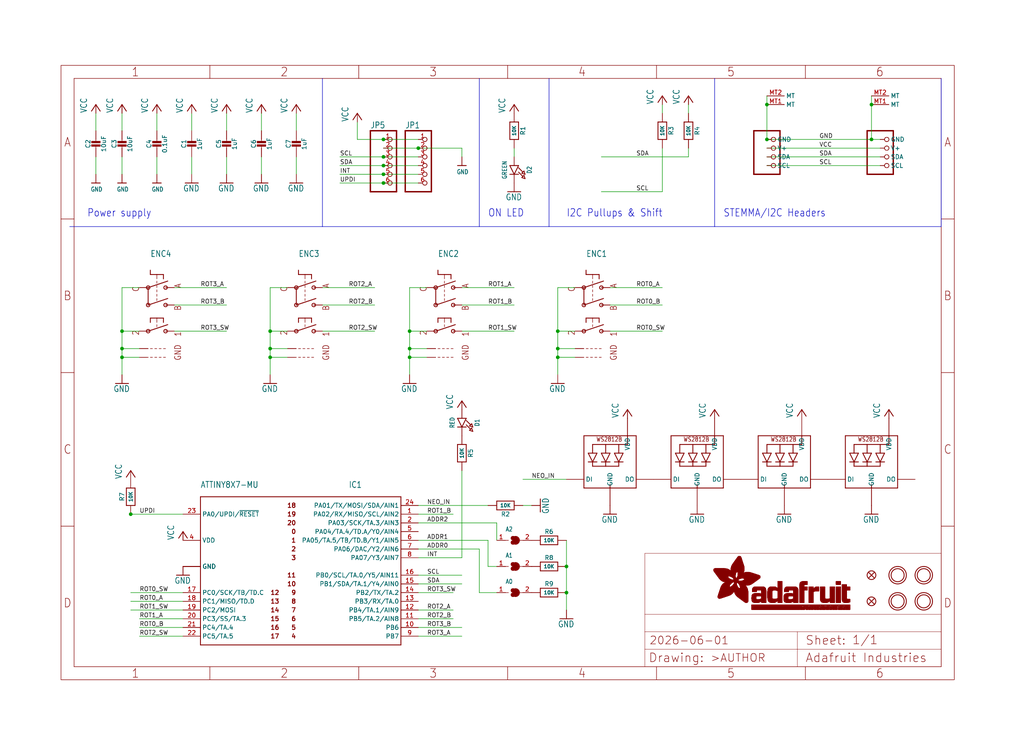
<source format=kicad_sch>
(kicad_sch (version 20230121) (generator eeschema)
  (paper "User" 298.45 217.17)
  (lib_symbols
    (symbol "working-eagle-import:ATTINY8X7-MU"
      (property "Reference" "IC" (at 12.7 25.4 0))
      (symbol "ATTINY8X7-MU_1_0"
        (text "0" (at -2.54 12.7 0) (effects (font (size 1.27 1.27) (thickness 0.254) bold) (justify right)))
        (text "1" (at -2.54 10.16 0) (effects (font (size 1.27 1.27) (thickness 0.254) bold) (justify right)))
        (text "10" (at -2.54 -2.54 0) (effects (font (size 1.27 1.27) (thickness 0.254) bold) (justify right)))
        (text "11" (at -2.54 0 0) (effects (font (size 1.27 1.27) (thickness 0.254) bold) (justify right)))
        (text "12" (at -10.16 -5.08 0) (effects (font (size 1.27 1.27) (thickness 0.254) bold) (justify left)))
        (text "13" (at -10.16 -7.62 0) (effects (font (size 1.27 1.27) (thickness 0.254) bold) (justify left)))
        (text "14" (at -10.16 -10.16 0) (effects (font (size 1.27 1.27) (thickness 0.254) bold) (justify left)))
        (text "15" (at -10.16 -12.7 0) (effects (font (size 1.27 1.27) (thickness 0.254) bold) (justify left)))
        (text "16" (at -10.16 -15.24 0) (effects (font (size 1.27 1.27) (thickness 0.254) bold) (justify left)))
        (text "17" (at -10.16 -17.78 0) (effects (font (size 1.27 1.27) (thickness 0.254) bold) (justify left)))
        (text "18" (at -2.54 20.32 0) (effects (font (size 1.27 1.27) (thickness 0.254) bold) (justify right)))
        (text "19" (at -2.54 17.78 0) (effects (font (size 1.27 1.27) (thickness 0.254) bold) (justify right)))
        (text "2" (at -2.54 7.62 0) (effects (font (size 1.27 1.27) (thickness 0.254) bold) (justify right)))
        (text "20" (at -2.54 15.24 0) (effects (font (size 1.27 1.27) (thickness 0.254) bold) (justify right)))
        (text "3" (at -2.54 5.08 0) (effects (font (size 1.27 1.27) (thickness 0.254) bold) (justify right)))
        (text "4" (at -2.54 -17.78 0) (effects (font (size 1.27 1.27) (thickness 0.254) bold) (justify right)))
        (text "5" (at -2.54 -15.24 0) (effects (font (size 1.27 1.27) (thickness 0.254) bold) (justify right)))
        (text "6" (at -2.54 -12.7 0) (effects (font (size 1.27 1.27) (thickness 0.254) bold) (justify right)))
        (text "7" (at -2.54 -10.16 0) (effects (font (size 1.27 1.27) (thickness 0.254) bold) (justify right)))
        (text "8" (at -2.54 -7.62 0) (effects (font (size 1.27 1.27) (thickness 0.254) bold) (justify right)))
        (text "9" (at -2.54 -5.08 0) (effects (font (size 1.27 1.27) (thickness 0.254) bold) (justify right)))
        (pin bidirectional line (at 33.02 17.78 180) (length 5.08) (name "PA02/RX/MISO/SCL/AIN2") (number "1"))
        (pin bidirectional line (at 33.02 -15.24 180) (length 5.08) (name "PB6") (number "10"))
        (pin bidirectional line (at 33.02 -12.7 180) (length 5.08) (name "PB5/TA.2/AIN8") (number "11"))
        (pin bidirectional line (at 33.02 -10.16 180) (length 5.08) (name "PB4/TA.1/AIN9") (number "12"))
        (pin bidirectional line (at 33.02 -7.62 180) (length 5.08) (name "PB3/RX/TA.0") (number "13"))
        (pin bidirectional line (at 33.02 -5.08 180) (length 5.08) (name "PB2/TX/TA.2") (number "14"))
        (pin bidirectional line (at 33.02 -2.54 180) (length 5.08) (name "PB1/SDA/TA.1/Y4/AIN0") (number "15"))
        (pin bidirectional line (at 33.02 0 180) (length 5.08) (name "PB0/SCL/TA.0/Y5/AIN11") (number "16"))
        (pin bidirectional line (at -35.56 -5.08 0) (length 5.08) (name "PC0/SCK/TB/TD.C") (number "17"))
        (pin bidirectional line (at -35.56 -7.62 0) (length 5.08) (name "PC1/MISO/TD.D") (number "18"))
        (pin bidirectional line (at -35.56 -10.16 0) (length 5.08) (name "PC2/MOSI") (number "19"))
        (pin bidirectional line (at 33.02 15.24 180) (length 5.08) (name "PA03/SCK/TA.3/AIN3") (number "2"))
        (pin bidirectional line (at -35.56 -12.7 0) (length 5.08) (name "PC3/SS/TA.3") (number "20"))
        (pin bidirectional line (at -35.56 -15.24 0) (length 5.08) (name "PC4/TA.4") (number "21"))
        (pin bidirectional line (at -35.56 -17.78 0) (length 5.08) (name "PC5/TA.5") (number "22"))
        (pin bidirectional line (at -35.56 17.78 0) (length 5.08) (name "PA0/UPDI/~{RESET}") (number "23"))
        (pin bidirectional line (at 33.02 20.32 180) (length 5.08) (name "PA01/TX/MOSI/SDA/AIN1") (number "24"))
        (pin power_in line (at -35.56 2.54 0) (length 5.08) (name "GND") (number "3"))
        (pin power_in line (at -35.56 10.16 0) (length 5.08) (name "VDD") (number "4"))
        (pin bidirectional line (at 33.02 12.7 180) (length 5.08) (name "PA04/TA.4/TD.A/Y0/AIN4") (number "5"))
        (pin bidirectional line (at 33.02 10.16 180) (length 5.08) (name "PA05/TA.5/TB/TD.B/Y1/AIN5") (number "6"))
        (pin bidirectional line (at 33.02 7.62 180) (length 5.08) (name "PA06/DAC/Y2/AIN6") (number "7"))
        (pin bidirectional line (at 33.02 5.08 180) (length 5.08) (name "PA07/Y3/AIN7") (number "8"))
        (pin bidirectional line (at 33.02 -17.78 180) (length 5.08) (name "PB7") (number "9"))
        (pin power_in line (at -35.56 2.54 0) (length 5.08) (name "GND") (number "THERM"))
      )
    )
    (symbol "working-eagle-import:CAP_CERAMIC0603_NO"
      (property "Reference" "C" (at -2.29 1.25 90))
      (symbol "CAP_CERAMIC0603_NO_1_0"
        (pin passive line (at 0 5.08 270) (length 2.54) (name "1") (number "1"))
        (pin passive line (at 0 -2.54 90) (length 2.54) (name "2") (number "2"))
      )
    )
    (symbol "working-eagle-import:CAP_CERAMIC0805-NOOUTLINE"
      (property "Reference" "C" (at -2.29 1.25 90))
      (symbol "CAP_CERAMIC0805-NOOUTLINE_1_0"
        (pin passive line (at 0 5.08 270) (length 2.54) (name "1") (number "1"))
        (pin passive line (at 0 -2.54 90) (length 2.54) (name "2") (number "2"))
      )
    )
    (symbol "working-eagle-import:ENCODER_PLUS_SWITCH_PEC11"
      (property "Reference" "SW" (at -1.905 13.97 0))
      (symbol "ENCODER_PLUS_SWITCH_PEC11_1_0"
        (text "1" (at 5.08 -7.62 900) (effects (font (size 1.778 1.5113)) (justify right top)))
        (text "2" (at -5.08 -8.89 900) (effects (font (size 1.778 1.5113)) (justify left bottom)))
        (text "A" (at 5.08 6.35 900) (effects (font (size 1.778 1.5113)) (justify right top)))
        (text "B" (at 5.08 0 900) (effects (font (size 1.778 1.5113)) (justify right top)))
        (text "C" (at -5.08 3.81 900) (effects (font (size 1.778 1.5113)) (justify left bottom)))
        (text "GND" (at 5.08 -11.43 900) (effects (font (size 1.778 1.5113)) (justify right top)))
        (pin passive line (at 5.08 -7.62 180) (length 2.54) (name "P$1") (number "P$1"))
        (pin passive line (at -5.08 -7.62 0) (length 2.54) (name "P$2") (number "P$2"))
        (pin passive line (at 5.08 5.08 180) (length 2.54) (name "P$A") (number "P$A"))
        (pin passive line (at 5.08 0 180) (length 2.54) (name "P$B") (number "P$B"))
        (pin passive line (at -5.08 5.08 0) (length 2.54) (name "P$C") (number "P$C"))
        (pin passive line (at -5.08 -12.7 0) (length 2.54) (name "P$GND1") (number "P$GND1"))
        (pin passive line (at -5.08 -15.24 0) (length 2.54) (name "P$GND2") (number "P$GND2"))
      )
    )
    (symbol "working-eagle-import:FIDUCIAL_1MM")
    (symbol "working-eagle-import:FRAME_A4_ADAFRUIT"
      (symbol "FRAME_A4_ADAFRUIT_1_0"
        (text "${#}/${##}" (at 230.505 10.16 0) (effects (font (size 2.54 2.54)) (justify left bottom)))
        (text "${CURRENT_DATE}" (at 171.45 10.16 0) (effects (font (size 2.286 2.286)) (justify left bottom)))
        (text "${PROJECTNAME}" (at 171.45 15.24 0) (effects (font (size 2.54 2.54)) (justify left bottom)))
        (text "1" (at 21.6958 1.905 0) (effects (font (size 2.54 2.286))))
        (text "1" (at 21.6958 177.165 0) (effects (font (size 2.54 2.286))))
        (text "2" (at 65.0875 1.905 0) (effects (font (size 2.54 2.286))))
        (text "2" (at 65.0875 177.165 0) (effects (font (size 2.54 2.286))))
        (text "3" (at 108.4792 1.905 0) (effects (font (size 2.54 2.286))))
        (text "3" (at 108.4792 177.165 0) (effects (font (size 2.54 2.286))))
        (text "4" (at 151.8708 1.905 0) (effects (font (size 2.54 2.286))))
        (text "4" (at 151.8708 177.165 0) (effects (font (size 2.54 2.286))))
        (text "5" (at 195.2625 1.905 0) (effects (font (size 2.54 2.286))))
        (text "5" (at 195.2625 177.165 0) (effects (font (size 2.54 2.286))))
        (text "6" (at 238.6542 1.905 0) (effects (font (size 2.54 2.286))))
        (text "6" (at 238.6542 177.165 0) (effects (font (size 2.54 2.286))))
        (text ">AUTHOR" (at 189.23 5.08 0) (effects (font (size 2.286 2.286)) (justify left bottom)))
        (text "A" (at 1.905 156.6863 0) (effects (font (size 2.54 2.286))))
        (text "A" (at 258.445 156.6863 0) (effects (font (size 2.54 2.286))))
        (text "Adafruit Industries" (at 216.916 4.953 0) (effects (font (size 2.54 2.54)) (justify left bottom)))
        (text "B" (at 1.905 111.9188 0) (effects (font (size 2.54 2.286))))
        (text "B" (at 258.445 111.9188 0) (effects (font (size 2.54 2.286))))
        (text "C" (at 1.905 67.1513 0) (effects (font (size 2.54 2.286))))
        (text "C" (at 258.445 67.1513 0) (effects (font (size 2.54 2.286))))
        (text "D" (at 1.905 22.3838 0) (effects (font (size 2.54 2.286))))
        (text "D" (at 258.445 22.3838 0) (effects (font (size 2.54 2.286))))
        (text "Drawing:" (at 171.196 4.953 0) (effects (font (size 2.54 2.54)) (justify left bottom)))
        (text "Sheet:" (at 216.916 10.033 0) (effects (font (size 2.54 2.54)) (justify left bottom)))
      )
    )
    (symbol "working-eagle-import:GND" (power)
      (property "Value" "GND" (at -1.524 -2.54 0))
      (symbol "GND_1_0"
        (pin power_in line (at 0 2.54 270) (length 2.54) (name "GND") (number "1"))
      )
    )
    (symbol "working-eagle-import:HEADER-1X670MIL"
      (property "Reference" "JP" (at -6.35 10.795 0))
      (symbol "HEADER-1X670MIL_1_0"
        (pin passive inverted (at -2.54 7.62 0) (length 2.54) (name "1") (number "1"))
        (pin passive inverted (at -2.54 5.08 0) (length 2.54) (name "2") (number "2"))
        (pin passive inverted (at -2.54 2.54 0) (length 2.54) (name "3") (number "3"))
        (pin passive inverted (at -2.54 0 0) (length 2.54) (name "4") (number "4"))
        (pin passive inverted (at -2.54 -2.54 0) (length 2.54) (name "5") (number "5"))
        (pin passive inverted (at -2.54 -5.08 0) (length 2.54) (name "6") (number "6"))
      )
    )
    (symbol "working-eagle-import:LED0603_NOOUTLINE"
      (property "Reference" "D" (at -1.27 4.445 0))
      (symbol "LED0603_NOOUTLINE_1_0"
        (pin passive line (at -5.08 0 0) (length 2.54) (name "A") (number "A"))
        (pin passive line (at 2.54 0 180) (length 2.54) (name "C") (number "C"))
      )
    )
    (symbol "working-eagle-import:MOUNTINGHOLE2.5")
    (symbol "working-eagle-import:RESISTOR_0603_NOOUT"
      (property "Reference" "R" (at 0 2.54 0))
      (symbol "RESISTOR_0603_NOOUT_1_0"
        (pin passive line (at -5.08 0 0) (length 2.54) (name "1") (number "1"))
        (pin passive line (at 5.08 0 180) (length 2.54) (name "2") (number "2"))
      )
    )
    (symbol "working-eagle-import:SOLDERJUMPERCLOSED"
      (property "Reference" "SJ" (at -2.54 2.54 0))
      (symbol "SOLDERJUMPERCLOSED_1_0"
        (pin passive line (at -5.08 0 0) (length 2.54) (name "1") (number "1"))
        (pin passive line (at 5.08 0 180) (length 2.54) (name "2") (number "2"))
      )
    )
    (symbol "working-eagle-import:STEMMA_I2C_QTRA"
      (symbol "STEMMA_I2C_QTRA_1_0"
        (pin passive inverted (at 0 5.08 0) (length 2.54) (name "GND") (number "1"))
        (pin passive inverted (at 0 2.54 0) (length 2.54) (name "V+") (number "2"))
        (pin passive inverted (at 0 0 0) (length 2.54) (name "SDA") (number "3"))
        (pin passive inverted (at 0 -2.54 0) (length 2.54) (name "SCL") (number "4"))
      )
      (symbol "STEMMA_I2C_QTRA_2_0"
        (pin bidirectional line (at 0 0 0) (length 5.08) (name "MT") (number "MT1"))
      )
      (symbol "STEMMA_I2C_QTRA_3_0"
        (pin bidirectional line (at 0 0 0) (length 5.08) (name "MT") (number "MT2"))
      )
    )
    (symbol "working-eagle-import:VCC" (power)
      (property "Value" "VCC" (at -2.54 -2.54 90))
      (symbol "VCC_1_0"
        (pin power_in line (at 0 -2.54 90) (length 2.54) (name "VCC") (number "1"))
      )
    )
    (symbol "working-eagle-import:WS2812B_SK6812E"
      (symbol "WS2812B_SK6812E_1_0"
        (text "WS2812B" (at -4.064 8.382 0) (effects (font (size 1.27 1.0795)) (justify left bottom)))
        (pin power_in line (at 5.08 15.24 270) (length 5.08) (name "VDD") (number "1-VDD"))
        (pin output line (at 12.7 -2.54 180) (length 5.08) (name "DO") (number "2-DOUT"))
        (pin power_in line (at 0 -10.16 90) (length 5.08) (name "GND") (number "3-GND"))
        (pin input line (at -12.7 -2.54 0) (length 5.08) (name "DI") (number "4-DIN"))
      )
    )
    (symbol "working-eagle-import:supply1_GND" (power)
      (property "Value" "supply1_GND" (at -2.54 -2.54 0))
      (symbol "supply1_GND_1_0"
        (pin power_in line (at 0 2.54 270) (length 2.54) (name "GND") (number "1"))
      )
    )
  )
  (junction (at 78.74 104.14))
  (junction (at 35.56 96.52))
  (junction (at 78.74 96.52))
  (junction (at 111.76 45.72))
  (junction (at 119.38 104.14))
  (junction (at 119.38 96.52))
  (junction (at 254 40.64))
  (junction (at 111.76 50.8))
  (junction (at 78.74 101.6))
  (junction (at 35.56 101.6))
  (junction (at 162.56 104.14))
  (junction (at 165.1 172.72))
  (junction (at 111.76 53.34))
  (junction (at 162.56 101.6))
  (junction (at 121.92 43.18))
  (junction (at 35.56 104.14))
  (junction (at 165.1 165.1))
  (junction (at 223.52 40.64))
  (junction (at 111.76 48.26))
  (junction (at 119.38 101.6))
  (junction (at 254 30.48))
  (junction (at 111.76 40.64))
  (junction (at 223.52 30.48))
  (junction (at 38.1 149.86))
  (junction (at 162.56 96.52))
  (polyline (pts (xy 160.02 22.86) (xy 160.02 66.04)) (stroke (width 0.1524) (type solid)))
  (wire (pts (xy 119.38 104.14) (xy 119.38 109.22)) (stroke (width 0.1524)))
  (wire (pts (xy 78.74 83.82) (xy 78.74 96.52)) (stroke (width 0.1524)))
  (wire (pts (xy 119.38 101.6) (xy 119.38 104.14)) (stroke (width 0.1524)))
  (wire (pts (xy 134.62 88.9) (xy 149.86 88.9)) (stroke (width 0.1524)))
  (wire (pts (xy 119.38 83.82) (xy 119.38 96.52)) (stroke (width 0.1524)))
  (wire (pts (xy 45.72 45.72) (xy 45.72 50.8)) (stroke (width 0.1524)))
  (wire (pts (xy 162.56 83.82) (xy 162.56 96.52)) (stroke (width 0.1524)))
  (wire (pts (xy 200.66 43.18) (xy 200.66 45.72)) (stroke (width 0.1524)))
  (wire (pts (xy 254 30.48) (xy 254 40.64)) (stroke (width 0.1524)))
  (wire (pts (xy 83.82 83.82) (xy 78.74 83.82)) (stroke (width 0.1524)))
  (wire (pts (xy 167.64 83.82) (xy 162.56 83.82)) (stroke (width 0.1524)))
  (polyline (pts (xy 160.02 66.04) (xy 208.28 66.04)) (stroke (width 0.1524) (type solid)))
  (wire (pts (xy 27.94 50.8) (xy 27.94 45.72)) (stroke (width 0.1524)))
  (wire (pts (xy 223.52 27.94) (xy 223.52 30.48)) (stroke (width 0.1524)))
  (wire (pts (xy 111.76 45.72) (xy 99.06 45.72)) (stroke (width 0.1524)))
  (wire (pts (xy 121.92 172.72) (xy 132.08 172.72)) (stroke (width 0.1524)))
  (wire (pts (xy 83.82 101.6) (xy 78.74 101.6)) (stroke (width 0.1524)))
  (wire (pts (xy 121.92 50.8) (xy 111.76 50.8)) (stroke (width 0.1524)))
  (wire (pts (xy 193.04 30.48) (xy 193.04 33.02)) (stroke (width 0.1524)))
  (wire (pts (xy 78.74 104.14) (xy 78.74 109.22)) (stroke (width 0.1524)))
  (polyline (pts (xy 93.98 22.86) (xy 93.98 66.04)) (stroke (width 0.1524) (type solid)))
  (wire (pts (xy 55.88 33.02) (xy 55.88 38.1)) (stroke (width 0.1524)))
  (wire (pts (xy 254 40.64) (xy 223.52 40.64)) (stroke (width 0.1524)))
  (wire (pts (xy 35.56 96.52) (xy 35.56 101.6)) (stroke (width 0.1524)))
  (wire (pts (xy 121.92 43.18) (xy 111.76 43.18)) (stroke (width 0.1524)))
  (wire (pts (xy 124.46 83.82) (xy 119.38 83.82)) (stroke (width 0.1524)))
  (wire (pts (xy 53.34 172.72) (xy 38.1 172.72)) (stroke (width 0.1524)))
  (wire (pts (xy 40.64 96.52) (xy 35.56 96.52)) (stroke (width 0.1524)))
  (wire (pts (xy 78.74 104.14) (xy 83.82 104.14)) (stroke (width 0.1524)))
  (wire (pts (xy 53.34 175.26) (xy 38.1 175.26)) (stroke (width 0.1524)))
  (wire (pts (xy 256.54 45.72) (xy 223.52 45.72)) (stroke (width 0.1524)))
  (wire (pts (xy 165.1 165.1) (xy 165.1 172.72)) (stroke (width 0.1524)))
  (wire (pts (xy 121.92 149.86) (xy 132.08 149.86)) (stroke (width 0.1524)))
  (wire (pts (xy 121.92 177.8) (xy 132.08 177.8)) (stroke (width 0.1524)))
  (wire (pts (xy 177.8 96.52) (xy 193.04 96.52)) (stroke (width 0.1524)))
  (wire (pts (xy 86.36 50.8) (xy 86.36 45.72)) (stroke (width 0.1524)))
  (wire (pts (xy 177.8 88.9) (xy 193.04 88.9)) (stroke (width 0.1524)))
  (wire (pts (xy 121.92 182.88) (xy 134.62 182.88)) (stroke (width 0.1524)))
  (wire (pts (xy 165.1 172.72) (xy 165.1 177.8)) (stroke (width 0.1524)))
  (wire (pts (xy 223.52 48.26) (xy 256.54 48.26)) (stroke (width 0.1524)))
  (wire (pts (xy 78.74 96.52) (xy 78.74 101.6)) (stroke (width 0.1524)))
  (wire (pts (xy 66.04 50.8) (xy 66.04 45.72)) (stroke (width 0.1524)))
  (wire (pts (xy 40.64 182.88) (xy 53.34 182.88)) (stroke (width 0.1524)))
  (wire (pts (xy 177.8 83.82) (xy 193.04 83.82)) (stroke (width 0.1524)))
  (wire (pts (xy 66.04 33.02) (xy 66.04 38.1)) (stroke (width 0.1524)))
  (wire (pts (xy 200.66 33.02) (xy 200.66 30.48)) (stroke (width 0.1524)))
  (wire (pts (xy 93.98 96.52) (xy 109.22 96.52)) (stroke (width 0.1524)))
  (wire (pts (xy 134.62 43.18) (xy 134.62 45.72)) (stroke (width 0.1524)))
  (wire (pts (xy 162.56 101.6) (xy 162.56 104.14)) (stroke (width 0.1524)))
  (wire (pts (xy 256.54 40.64) (xy 254 40.64)) (stroke (width 0.1524)))
  (wire (pts (xy 121.92 167.64) (xy 134.62 167.64)) (stroke (width 0.1524)))
  (wire (pts (xy 121.92 48.26) (xy 111.76 48.26)) (stroke (width 0.1524)))
  (wire (pts (xy 35.56 83.82) (xy 35.56 96.52)) (stroke (width 0.1524)))
  (wire (pts (xy 76.2 33.02) (xy 76.2 38.1)) (stroke (width 0.1524)))
  (wire (pts (xy 121.92 160.02) (xy 139.7 160.02)) (stroke (width 0.1524)))
  (wire (pts (xy 119.38 104.14) (xy 124.46 104.14)) (stroke (width 0.1524)))
  (polyline (pts (xy 139.7 66.04) (xy 160.02 66.04)) (stroke (width 0.1524) (type solid)))
  (wire (pts (xy 162.56 104.14) (xy 167.64 104.14)) (stroke (width 0.1524)))
  (wire (pts (xy 50.8 88.9) (xy 66.04 88.9)) (stroke (width 0.1524)))
  (wire (pts (xy 35.56 104.14) (xy 35.56 109.22)) (stroke (width 0.1524)))
  (polyline (pts (xy 208.28 22.86) (xy 208.28 66.04)) (stroke (width 0.1524) (type solid)))
  (wire (pts (xy 111.76 40.64) (xy 104.14 40.64)) (stroke (width 0.1524)))
  (wire (pts (xy 40.64 180.34) (xy 53.34 180.34)) (stroke (width 0.1524)))
  (polyline (pts (xy 274.32 22.86) (xy 274.32 66.04)) (stroke (width 0.1524) (type solid)))
  (wire (pts (xy 134.62 83.82) (xy 149.86 83.82)) (stroke (width 0.1524)))
  (wire (pts (xy 121.92 157.48) (xy 142.24 157.48)) (stroke (width 0.1524)))
  (wire (pts (xy 134.62 137.16) (xy 134.62 162.56)) (stroke (width 0.1524)))
  (wire (pts (xy 35.56 104.14) (xy 40.64 104.14)) (stroke (width 0.1524)))
  (wire (pts (xy 167.64 101.6) (xy 162.56 101.6)) (stroke (width 0.1524)))
  (wire (pts (xy 78.74 101.6) (xy 78.74 104.14)) (stroke (width 0.1524)))
  (wire (pts (xy 93.98 83.82) (xy 109.22 83.82)) (stroke (width 0.1524)))
  (wire (pts (xy 121.92 43.18) (xy 134.62 43.18)) (stroke (width 0.1524)))
  (wire (pts (xy 121.92 45.72) (xy 111.76 45.72)) (stroke (width 0.1524)))
  (wire (pts (xy 83.82 96.52) (xy 78.74 96.52)) (stroke (width 0.1524)))
  (wire (pts (xy 50.8 96.52) (xy 66.04 96.52)) (stroke (width 0.1524)))
  (wire (pts (xy 121.92 185.42) (xy 134.62 185.42)) (stroke (width 0.1524)))
  (wire (pts (xy 111.76 53.34) (xy 99.06 53.34)) (stroke (width 0.1524)))
  (wire (pts (xy 193.04 55.88) (xy 175.26 55.88)) (stroke (width 0.1524)))
  (wire (pts (xy 124.46 96.52) (xy 119.38 96.52)) (stroke (width 0.1524)))
  (wire (pts (xy 121.92 40.64) (xy 111.76 40.64)) (stroke (width 0.1524)))
  (polyline (pts (xy 93.98 66.04) (xy 139.7 66.04)) (stroke (width 0.1524) (type solid)))
  (wire (pts (xy 144.78 157.48) (xy 144.78 152.4)) (stroke (width 0.1524)))
  (wire (pts (xy 35.56 45.72) (xy 35.56 50.8)) (stroke (width 0.1524)))
  (wire (pts (xy 121.92 53.34) (xy 111.76 53.34)) (stroke (width 0.1524)))
  (wire (pts (xy 139.7 172.72) (xy 144.78 172.72)) (stroke (width 0.1524)))
  (wire (pts (xy 121.92 147.32) (xy 142.24 147.32)) (stroke (width 0.1524)))
  (wire (pts (xy 45.72 33.02) (xy 45.72 38.1)) (stroke (width 0.1524)))
  (wire (pts (xy 76.2 50.8) (xy 76.2 45.72)) (stroke (width 0.1524)))
  (wire (pts (xy 142.24 157.48) (xy 142.24 165.1)) (stroke (width 0.1524)))
  (wire (pts (xy 124.46 101.6) (xy 119.38 101.6)) (stroke (width 0.1524)))
  (wire (pts (xy 144.78 152.4) (xy 121.92 152.4)) (stroke (width 0.1524)))
  (wire (pts (xy 200.66 45.72) (xy 175.26 45.72)) (stroke (width 0.1524)))
  (wire (pts (xy 53.34 185.42) (xy 40.64 185.42)) (stroke (width 0.1524)))
  (wire (pts (xy 223.52 43.18) (xy 256.54 43.18)) (stroke (width 0.1524)))
  (wire (pts (xy 121.92 180.34) (xy 132.08 180.34)) (stroke (width 0.1524)))
  (wire (pts (xy 50.8 83.82) (xy 66.04 83.82)) (stroke (width 0.1524)))
  (wire (pts (xy 121.92 162.56) (xy 134.62 162.56)) (stroke (width 0.1524)))
  (wire (pts (xy 254 27.94) (xy 254 30.48)) (stroke (width 0.1524)))
  (wire (pts (xy 35.56 101.6) (xy 35.56 104.14)) (stroke (width 0.1524)))
  (polyline (pts (xy 139.7 22.86) (xy 139.7 66.04)) (stroke (width 0.1524) (type solid)))
  (polyline (pts (xy 20.32 66.04) (xy 93.98 66.04)) (stroke (width 0.1524) (type solid)))
  (wire (pts (xy 193.04 43.18) (xy 193.04 55.88)) (stroke (width 0.1524)))
  (wire (pts (xy 38.1 149.86) (xy 38.1 147.32)) (stroke (width 0.1524)))
  (wire (pts (xy 27.94 33.02) (xy 27.94 38.1)) (stroke (width 0.1524)))
  (wire (pts (xy 40.64 83.82) (xy 35.56 83.82)) (stroke (width 0.1524)))
  (wire (pts (xy 119.38 96.52) (xy 119.38 101.6)) (stroke (width 0.1524)))
  (wire (pts (xy 162.56 104.14) (xy 162.56 109.22)) (stroke (width 0.1524)))
  (wire (pts (xy 35.56 33.02) (xy 35.56 38.1)) (stroke (width 0.1524)))
  (wire (pts (xy 111.76 48.26) (xy 99.06 48.26)) (stroke (width 0.1524)))
  (wire (pts (xy 134.62 170.18) (xy 121.92 170.18)) (stroke (width 0.1524)))
  (wire (pts (xy 149.86 45.72) (xy 149.86 43.18)) (stroke (width 0.1524)))
  (wire (pts (xy 40.64 101.6) (xy 35.56 101.6)) (stroke (width 0.1524)))
  (wire (pts (xy 162.56 96.52) (xy 162.56 101.6)) (stroke (width 0.1524)))
  (wire (pts (xy 55.88 50.8) (xy 55.88 45.72)) (stroke (width 0.1524)))
  (wire (pts (xy 223.52 30.48) (xy 223.52 40.64)) (stroke (width 0.1524)))
  (wire (pts (xy 86.36 33.02) (xy 86.36 38.1)) (stroke (width 0.1524)))
  (wire (pts (xy 134.62 96.52) (xy 149.86 96.52)) (stroke (width 0.1524)))
  (wire (pts (xy 165.1 157.48) (xy 165.1 165.1)) (stroke (width 0.1524)))
  (wire (pts (xy 93.98 88.9) (xy 109.22 88.9)) (stroke (width 0.1524)))
  (wire (pts (xy 104.14 40.64) (xy 104.14 35.56)) (stroke (width 0.1524)))
  (wire (pts (xy 152.4 147.32) (xy 154.94 147.32)) (stroke (width 0.1524)))
  (polyline (pts (xy 208.28 66.04) (xy 274.32 66.04)) (stroke (width 0.1524) (type solid)))
  (wire (pts (xy 53.34 177.8) (xy 38.1 177.8)) (stroke (width 0.1524)))
  (wire (pts (xy 165.1 139.7) (xy 152.4 139.7)) (stroke (width 0.1524)))
  (wire (pts (xy 167.64 96.52) (xy 162.56 96.52)) (stroke (width 0.1524)))
  (wire (pts (xy 142.24 165.1) (xy 144.78 165.1)) (stroke (width 0.1524)))
  (wire (pts (xy 53.34 149.86) (xy 38.1 149.86)) (stroke (width 0.1524)))
  (wire (pts (xy 139.7 160.02) (xy 139.7 172.72)) (stroke (width 0.1524)))
  (wire (pts (xy 111.76 50.8) (xy 99.06 50.8)) (stroke (width 0.1524)))
  (text "I2C Pullups & Shift" (at 165.1 63.5 0) (effects (font (size 2.1844 1.8567)) (justify left bottom)))
  (text "Power supply" (at 25.4 63.5 0) (effects (font (size 2.1844 1.8567)) (justify left bottom)))
  (text "STEMMA/I2C Headers" (at 210.82 63.5 0) (effects (font (size 2.1844 1.8567)) (justify left bottom)))
  (text "ON LED" (at 142.24 63.5 0) (effects (font (size 2.1844 1.8567)) (justify left bottom)))
  (label "GND" (at 238.76 40.64 0) (effects (font (size 1.2446 1.2446))))
  (label "ROT3_SW" (at 124.46 172.72 0) (effects (font (size 1.2446 1.2446))))
  (label "SCL" (at 99.06 45.72 0) (effects (font (size 1.2446 1.2446))))
  (label "ADDR1" (at 124.46 157.48 0) (effects (font (size 1.2446 1.2446))))
  (label "ROT1_SW" (at 142.24 96.52 0) (effects (font (size 1.2446 1.2446))))
  (label "UPDI" (at 99.06 53.34 0) (effects (font (size 1.2446 1.2446))))
  (label "ROT0_A" (at 40.64 175.26 0) (effects (font (size 1.2446 1.2446))))
  (label "ROT1_A" (at 40.64 180.34 0) (effects (font (size 1.2446 1.2446))))
  (label "ROT3_SW" (at 58.42 96.52 0) (effects (font (size 1.2446 1.2446))))
  (label "ROT1_B" (at 142.24 88.9 0) (effects (font (size 1.2446 1.2446))))
  (label "NEO_IN" (at 154.94 139.7 0) (effects (font (size 1.2446 1.2446))))
  (label "ROT3_A" (at 124.46 185.42 0) (effects (font (size 1.2446 1.2446))))
  (label "ROT2_B" (at 124.46 180.34 0) (effects (font (size 1.2446 1.2446))))
  (label "ROT2_SW" (at 101.6 96.52 0) (effects (font (size 1.2446 1.2446))))
  (label "ROT0_SW" (at 40.64 172.72 0) (effects (font (size 1.2446 1.2446))))
  (label "ROT2_A" (at 101.6 83.82 0) (effects (font (size 1.2446 1.2446))))
  (label "ROT3_A" (at 58.42 83.82 0) (effects (font (size 1.2446 1.2446))))
  (label "ROT0_A" (at 185.42 83.82 0) (effects (font (size 1.2446 1.2446))))
  (label "ROT2_B" (at 101.6 88.9 0) (effects (font (size 1.2446 1.2446))))
  (label "ROT0_B" (at 185.42 88.9 0) (effects (font (size 1.2446 1.2446))))
  (label "ROT3_B" (at 124.46 182.88 0) (effects (font (size 1.2446 1.2446))))
  (label "ADDR0" (at 124.46 160.02 0) (effects (font (size 1.2446 1.2446))))
  (label "ROT0_B" (at 40.64 182.88 0) (effects (font (size 1.2446 1.2446))))
  (label "ROT0_SW" (at 185.42 96.52 0) (effects (font (size 1.2446 1.2446))))
  (label "ROT3_B" (at 58.42 88.9 0) (effects (font (size 1.2446 1.2446))))
  (label "ROT1_B" (at 124.46 149.86 0) (effects (font (size 1.2446 1.2446))))
  (label "UPDI" (at 40.64 149.86 0) (effects (font (size 1.2446 1.2446))))
  (label "SCL" (at 124.46 167.64 0) (effects (font (size 1.2446 1.2446))))
  (label "ROT2_SW" (at 40.64 185.42 0) (effects (font (size 1.2446 1.2446))))
  (label "ROT1_A" (at 142.24 83.82 0) (effects (font (size 1.2446 1.2446))))
  (label "SDA" (at 99.06 48.26 0) (effects (font (size 1.2446 1.2446))))
  (label "NEO_IN" (at 124.46 147.32 0) (effects (font (size 1.2446 1.2446))))
  (label "INT" (at 124.46 162.56 0) (effects (font (size 1.2446 1.2446))))
  (label "ROT1_SW" (at 40.64 177.8 0) (effects (font (size 1.2446 1.2446))))
  (label "SDA" (at 185.42 45.72 0) (effects (font (size 1.2446 1.2446))))
  (label "INT" (at 99.06 50.8 0) (effects (font (size 1.2446 1.2446))))
  (label "SCL" (at 185.42 55.88 0) (effects (font (size 1.2446 1.2446))))
  (label "ADDR2" (at 124.46 152.4 0) (effects (font (size 1.2446 1.2446))))
  (label "SCL" (at 238.76 48.26 0) (effects (font (size 1.2446 1.2446))))
  (label "SDA" (at 124.46 170.18 0) (effects (font (size 1.2446 1.2446))))
  (label "ROT2_A" (at 124.46 177.8 0) (effects (font (size 1.2446 1.2446))))
  (label "VCC" (at 238.76 43.18 0) (effects (font (size 1.2446 1.2446))))
  (label "SDA" (at 238.76 45.72 0) (effects (font (size 1.2446 1.2446))))
  (symbol (lib_id "working-eagle-import:MOUNTINGHOLE2.5") (at 261.62 175.26 0) (unit 1)
    (property "Reference" "U$3" (effects hide))
    (property "Value" "MOUNTINGHOLE2.5" (effects hide))
    (property "Footprint" "working:MOUNTINGHOLE_2.5_PLATED" (effects hide))
  )
  (symbol (lib_id "working-eagle-import:supply1_GND") (at 177.8 149.86 0) (unit 1)
    (property "Reference" "#GND1" (effects hide))
    (property "Value" "GND" (at 175.26 152.4 0) (effects (font (size 1.778 1.5113)) (justify left bottom)))
  )
  (symbol (lib_id "working-eagle-import:VCC") (at 53.34 154.94 0) (unit 1)
    (property "Reference" "#P+15" (effects hide))
    (property "Value" "VCC" (at 50.8 157.48 90) (effects (font (size 1.778 1.5113)) (justify left bottom)))
  )
  (symbol (lib_id "working-eagle-import:VCC") (at 182.88 119.38 0) (unit 1)
    (property "Reference" "#P+5" (effects hide))
    (property "Value" "VCC" (at 180.34 121.92 90) (effects (font (size 1.778 1.5113)) (justify left bottom)))
  )
  (symbol (lib_id "working-eagle-import:MOUNTINGHOLE2.5") (at 269.24 167.64 0) (unit 1)
    (property "Reference" "U$19" (effects hide))
    (property "Value" "MOUNTINGHOLE2.5" (effects hide))
    (property "Footprint" "working:MOUNTINGHOLE_2.5_PLATED" (effects hide))
  )
  (symbol (lib_id "working-eagle-import:RESISTOR_0603_NOOUT") (at 193.04 38.1 270) (unit 1)
    (property "Reference" "R3" (at 195.58 38.1 0))
    (property "Value" "10K" (at 193.04 38.1 0) (effects (font (size 1.016 1.016) bold)))
    (property "Footprint" "working:0603-NO" (effects hide))
  )
  (symbol (lib_id "working-eagle-import:CAP_CERAMIC0603_NO") (at 66.04 43.18 0) (unit 1)
    (property "Reference" "C5" (at 63.75 41.93 90))
    (property "Value" "1uF" (at 68.34 41.93 90))
    (property "Footprint" "working:0603-NO" (effects hide))
  )
  (symbol (lib_id "working-eagle-import:STEMMA_I2C_QTRA") (at 223.52 27.94 0) (unit 3)
    (property "Reference" "CONN3" (effects hide))
    (property "Value" "STEMMA_I2C_QTRA" (effects hide))
    (property "Footprint" "working:JST_SH4_RA" (effects hide))
  )
  (symbol (lib_id "working-eagle-import:CAP_CERAMIC0603_NO") (at 76.2 43.18 0) (unit 1)
    (property "Reference" "C6" (at 73.91 41.93 90))
    (property "Value" "1uF" (at 78.5 41.93 90))
    (property "Footprint" "working:0603-NO" (effects hide))
  )
  (symbol (lib_id "working-eagle-import:RESISTOR_0603_NOOUT") (at 160.02 172.72 0) (unit 1)
    (property "Reference" "R9" (at 160.02 170.18 0))
    (property "Value" "10K" (at 160.02 172.72 0) (effects (font (size 1.016 1.016) bold)))
    (property "Footprint" "working:0603-NO" (effects hide))
  )
  (symbol (lib_id "working-eagle-import:RESISTOR_0603_NOOUT") (at 38.1 144.78 90) (unit 1)
    (property "Reference" "R7" (at 35.56 144.78 0))
    (property "Value" "10K" (at 38.1 144.78 0) (effects (font (size 1.016 1.016) bold)))
    (property "Footprint" "working:0603-NO" (effects hide))
  )
  (symbol (lib_id "working-eagle-import:supply1_GND") (at 162.56 111.76 0) (unit 1)
    (property "Reference" "#GND18" (effects hide))
    (property "Value" "GND" (at 160.02 114.3 0) (effects (font (size 1.778 1.5113)) (justify left bottom)))
  )
  (symbol (lib_id "working-eagle-import:HEADER-1X670MIL") (at 124.46 48.26 0) (unit 1)
    (property "Reference" "JP1" (at 118.11 37.465 0) (effects (font (size 1.778 1.5113)) (justify left bottom)))
    (property "Value" "HEADER-1X670MIL" (effects hide))
    (property "Footprint" "working:1X06_ROUND_70" (effects hide))
  )
  (symbol (lib_id "working-eagle-import:FIDUCIAL_1MM") (at 254 167.64 0) (unit 1)
    (property "Reference" "FID2" (effects hide))
    (property "Value" "FIDUCIAL_1MM" (effects hide))
    (property "Footprint" "working:FIDUCIAL_1MM" (effects hide))
  )
  (symbol (lib_id "working-eagle-import:supply1_GND") (at 203.2 149.86 0) (unit 1)
    (property "Reference" "#GND2" (effects hide))
    (property "Value" "GND" (at 200.66 152.4 0) (effects (font (size 1.778 1.5113)) (justify left bottom)))
  )
  (symbol (lib_id "working-eagle-import:STEMMA_I2C_QTRA") (at 223.52 45.72 0) (unit 1)
    (property "Reference" "CONN3" (effects hide))
    (property "Value" "STEMMA_I2C_QTRA" (effects hide))
    (property "Footprint" "working:JST_SH4_RA" (effects hide))
  )
  (symbol (lib_id "working-eagle-import:supply1_GND") (at 165.1 180.34 0) (unit 1)
    (property "Reference" "#GND13" (effects hide))
    (property "Value" "GND" (at 162.56 182.88 0) (effects (font (size 1.778 1.5113)) (justify left bottom)))
  )
  (symbol (lib_id "working-eagle-import:LED0603_NOOUTLINE") (at 149.86 50.8 270) (unit 1)
    (property "Reference" "D2" (at 154.305 49.53 0) (effects (font (size 1.27 1.0795))))
    (property "Value" "GREEN" (at 147.066 49.53 0) (effects (font (size 1.27 1.0795))))
    (property "Footprint" "working:CHIPLED_0603_NOOUTLINE" (effects hide))
  )
  (symbol (lib_id "working-eagle-import:LED0603_NOOUTLINE") (at 134.62 124.46 270) (unit 1)
    (property "Reference" "D1" (at 139.065 123.19 0) (effects (font (size 1.27 1.0795))))
    (property "Value" "RED" (at 131.826 123.19 0) (effects (font (size 1.27 1.0795))))
    (property "Footprint" "working:CHIPLED_0603_NOOUTLINE" (effects hide))
  )
  (symbol (lib_id "working-eagle-import:supply1_GND") (at 228.6 149.86 0) (unit 1)
    (property "Reference" "#GND8" (effects hide))
    (property "Value" "GND" (at 226.06 152.4 0) (effects (font (size 1.778 1.5113)) (justify left bottom)))
  )
  (symbol (lib_id "working-eagle-import:STEMMA_I2C_QTRA") (at 256.54 45.72 0) (unit 1)
    (property "Reference" "CONN4" (effects hide))
    (property "Value" "STEMMA_I2C_QTRA" (effects hide))
    (property "Footprint" "working:JST_SH4_RA" (effects hide))
  )
  (symbol (lib_id "working-eagle-import:VCC") (at 208.28 119.38 0) (unit 1)
    (property "Reference" "#P+7" (effects hide))
    (property "Value" "VCC" (at 205.74 121.92 90) (effects (font (size 1.778 1.5113)) (justify left bottom)))
  )
  (symbol (lib_id "working-eagle-import:supply1_GND") (at 35.56 111.76 0) (unit 1)
    (property "Reference" "#GND12" (effects hide))
    (property "Value" "GND" (at 33.02 114.3 0) (effects (font (size 1.778 1.5113)) (justify left bottom)))
  )
  (symbol (lib_id "working-eagle-import:VCC") (at 45.72 30.48 0) (unit 1)
    (property "Reference" "#P+16" (effects hide))
    (property "Value" "VCC" (at 43.18 33.02 90) (effects (font (size 1.778 1.5113)) (justify left bottom)))
  )
  (symbol (lib_id "working-eagle-import:GND") (at 27.94 53.34 0) (unit 1)
    (property "Reference" "#U$13" (effects hide))
    (property "Value" "GND" (at 26.416 55.88 0) (effects (font (size 1.27 1.0795)) (justify left bottom)))
  )
  (symbol (lib_id "working-eagle-import:SOLDERJUMPERCLOSED") (at 149.86 165.1 0) (unit 1)
    (property "Reference" "A1" (at 147.32 162.56 0) (effects (font (size 1.27 1.0795)) (justify left bottom)))
    (property "Value" "SOLDERJUMPERCLOSED" (effects hide))
    (property "Footprint" "working:SOLDERJUMPER_CLOSEDWIRE" (effects hide))
  )
  (symbol (lib_id "working-eagle-import:VCC") (at 200.66 27.94 0) (unit 1)
    (property "Reference" "#P+2" (effects hide))
    (property "Value" "VCC" (at 198.12 30.48 90) (effects (font (size 1.778 1.5113)) (justify left bottom)))
  )
  (symbol (lib_id "working-eagle-import:CAP_CERAMIC0603_NO") (at 86.36 43.18 0) (unit 1)
    (property "Reference" "C7" (at 84.07 41.93 90))
    (property "Value" "1uF" (at 88.66 41.93 90))
    (property "Footprint" "working:0603-NO" (effects hide))
  )
  (symbol (lib_id "working-eagle-import:STEMMA_I2C_QTRA") (at 254 27.94 0) (unit 3)
    (property "Reference" "CONN4" (effects hide))
    (property "Value" "STEMMA_I2C_QTRA" (effects hide))
    (property "Footprint" "working:JST_SH4_RA" (effects hide))
  )
  (symbol (lib_id "working-eagle-import:supply1_GND") (at 254 149.86 0) (unit 1)
    (property "Reference" "#GND9" (effects hide))
    (property "Value" "GND" (at 251.46 152.4 0) (effects (font (size 1.778 1.5113)) (justify left bottom)))
  )
  (symbol (lib_id "working-eagle-import:ENCODER_PLUS_SWITCH_PEC11") (at 129.54 88.9 0) (unit 1)
    (property "Reference" "ENC2" (at 127.635 74.93 0) (effects (font (size 1.778 1.5113)) (justify left bottom)))
    (property "Value" "ENCODER_PLUS_SWITCH_PEC11" (effects hide))
    (property "Footprint" "working:PEC11+SWITCH" (effects hide))
  )
  (symbol (lib_id "working-eagle-import:MOUNTINGHOLE2.5") (at 269.24 175.26 0) (unit 1)
    (property "Reference" "U$21" (effects hide))
    (property "Value" "MOUNTINGHOLE2.5" (effects hide))
    (property "Footprint" "working:MOUNTINGHOLE_2.5_PLATED" (effects hide))
  )
  (symbol (lib_id "working-eagle-import:VCC") (at 259.08 119.38 0) (unit 1)
    (property "Reference" "#P+9" (effects hide))
    (property "Value" "VCC" (at 256.54 121.92 90) (effects (font (size 1.778 1.5113)) (justify left bottom)))
  )
  (symbol (lib_id "working-eagle-import:WS2812B_SK6812E") (at 228.6 137.16 0) (unit 1)
    (property "Reference" "LED3" (effects hide))
    (property "Value" "WS2812B_SK6812E" (effects hide))
    (property "Footprint" "working:NEO3535_REVERSE" (effects hide))
  )
  (symbol (lib_id "working-eagle-import:ENCODER_PLUS_SWITCH_PEC11") (at 88.9 88.9 0) (unit 1)
    (property "Reference" "ENC3" (at 86.995 74.93 0) (effects (font (size 1.778 1.5113)) (justify left bottom)))
    (property "Value" "ENCODER_PLUS_SWITCH_PEC11" (effects hide))
    (property "Footprint" "working:PEC11+SWITCH" (effects hide))
  )
  (symbol (lib_id "working-eagle-import:VCC") (at 38.1 137.16 0) (unit 1)
    (property "Reference" "#P+14" (effects hide))
    (property "Value" "VCC" (at 35.56 139.7 90) (effects (font (size 1.778 1.5113)) (justify left bottom)))
  )
  (symbol (lib_id "working-eagle-import:supply1_GND") (at 78.74 111.76 0) (unit 1)
    (property "Reference" "#GND15" (effects hide))
    (property "Value" "GND" (at 76.2 114.3 0) (effects (font (size 1.778 1.5113)) (justify left bottom)))
  )
  (symbol (lib_id "working-eagle-import:CAP_CERAMIC0805-NOOUTLINE") (at 27.94 43.18 0) (unit 1)
    (property "Reference" "C2" (at 25.65 41.93 90))
    (property "Value" "10uF" (at 30.24 41.93 90))
    (property "Footprint" "working:0805-NO" (effects hide))
  )
  (symbol (lib_id "working-eagle-import:supply1_GND") (at 86.36 53.34 0) (unit 1)
    (property "Reference" "#GND7" (effects hide))
    (property "Value" "GND" (at 83.82 55.88 0) (effects (font (size 1.778 1.5113)) (justify left bottom)))
  )
  (symbol (lib_id "working-eagle-import:FIDUCIAL_1MM") (at 254 175.26 0) (unit 1)
    (property "Reference" "FID1" (effects hide))
    (property "Value" "FIDUCIAL_1MM" (effects hide))
    (property "Footprint" "working:FIDUCIAL_1MM" (effects hide))
  )
  (symbol (lib_id "working-eagle-import:FRAME_A4_ADAFRUIT") (at 17.78 198.12 0) (unit 1)
    (property "Reference" "#U$4" (effects hide))
    (property "Value" "FRAME_A4_ADAFRUIT" (effects hide))
  )
  (symbol (lib_id "working-eagle-import:RESISTOR_0603_NOOUT") (at 200.66 38.1 270) (unit 1)
    (property "Reference" "R4" (at 203.2 38.1 0))
    (property "Value" "10K" (at 200.66 38.1 0) (effects (font (size 1.016 1.016) bold)))
    (property "Footprint" "working:0603-NO" (effects hide))
  )
  (symbol (lib_id "working-eagle-import:VCC") (at 86.36 30.48 0) (unit 1)
    (property "Reference" "#P+13" (effects hide))
    (property "Value" "VCC" (at 83.82 33.02 90) (effects (font (size 1.778 1.5113)) (justify left bottom)))
  )
  (symbol (lib_id "working-eagle-import:WS2812B_SK6812E") (at 177.8 137.16 0) (unit 1)
    (property "Reference" "LED1" (effects hide))
    (property "Value" "WS2812B_SK6812E" (effects hide))
    (property "Footprint" "working:NEO3535_REVERSE" (effects hide))
  )
  (symbol (lib_id "working-eagle-import:RESISTOR_0603_NOOUT") (at 149.86 38.1 270) (unit 1)
    (property "Reference" "R1" (at 152.4 38.1 0))
    (property "Value" "10K" (at 149.86 38.1 0) (effects (font (size 1.016 1.016) bold)))
    (property "Footprint" "working:0603-NO" (effects hide))
  )
  (symbol (lib_id "working-eagle-import:CAP_CERAMIC0603_NO") (at 55.88 43.18 0) (unit 1)
    (property "Reference" "C1" (at 53.59 41.93 90))
    (property "Value" "1uF" (at 58.18 41.93 90))
    (property "Footprint" "working:0603-NO" (effects hide))
  )
  (symbol (lib_id "working-eagle-import:supply1_GND") (at 119.38 111.76 0) (unit 1)
    (property "Reference" "#GND17" (effects hide))
    (property "Value" "GND" (at 116.84 114.3 0) (effects (font (size 1.778 1.5113)) (justify left bottom)))
  )
  (symbol (lib_id "working-eagle-import:VCC") (at 76.2 30.48 0) (unit 1)
    (property "Reference" "#P+12" (effects hide))
    (property "Value" "VCC" (at 73.66 33.02 90) (effects (font (size 1.778 1.5113)) (justify left bottom)))
  )
  (symbol (lib_id "working-eagle-import:RESISTOR_0603_NOOUT") (at 160.02 165.1 0) (unit 1)
    (property "Reference" "R8" (at 160.02 162.56 0))
    (property "Value" "10K" (at 160.02 165.1 0) (effects (font (size 1.016 1.016) bold)))
    (property "Footprint" "working:0603-NO" (effects hide))
  )
  (symbol (lib_id "working-eagle-import:HEADER-1X670MIL") (at 114.3 48.26 0) (unit 1)
    (property "Reference" "JP5" (at 107.95 37.465 0) (effects (font (size 1.778 1.5113)) (justify left bottom)))
    (property "Value" "HEADER-1X670MIL" (effects hide))
    (property "Footprint" "working:1X06_ROUND_70" (effects hide))
  )
  (symbol (lib_id "working-eagle-import:supply1_GND") (at 66.04 53.34 0) (unit 1)
    (property "Reference" "#GND4" (effects hide))
    (property "Value" "GND" (at 63.5 55.88 0) (effects (font (size 1.778 1.5113)) (justify left bottom)))
  )
  (symbol (lib_id "working-eagle-import:CAP_CERAMIC0603_NO") (at 45.72 43.18 0) (unit 1)
    (property "Reference" "C4" (at 43.43 41.93 90))
    (property "Value" "0.1uF" (at 48.02 41.93 90))
    (property "Footprint" "working:0603-NO" (effects hide))
  )
  (symbol (lib_id "working-eagle-import:STEMMA_I2C_QTRA") (at 254 30.48 0) (unit 2)
    (property "Reference" "CONN4" (effects hide))
    (property "Value" "STEMMA_I2C_QTRA" (effects hide))
    (property "Footprint" "working:JST_SH4_RA" (effects hide))
  )
  (symbol (lib_id "working-eagle-import:VCC") (at 55.88 30.48 0) (unit 1)
    (property "Reference" "#P+10" (effects hide))
    (property "Value" "VCC" (at 53.34 33.02 90) (effects (font (size 1.778 1.5113)) (justify left bottom)))
  )
  (symbol (lib_id "working-eagle-import:RESISTOR_0603_NOOUT") (at 134.62 132.08 270) (unit 1)
    (property "Reference" "R5" (at 137.16 132.08 0))
    (property "Value" "10K" (at 134.62 132.08 0) (effects (font (size 1.016 1.016) bold)))
    (property "Footprint" "working:0603-NO" (effects hide))
  )
  (symbol (lib_id "working-eagle-import:WS2812B_SK6812E") (at 254 137.16 0) (unit 1)
    (property "Reference" "LED4" (effects hide))
    (property "Value" "WS2812B_SK6812E" (effects hide))
    (property "Footprint" "working:NEO3535_REVERSE" (effects hide))
  )
  (symbol (lib_id "working-eagle-import:ENCODER_PLUS_SWITCH_PEC11") (at 172.72 88.9 0) (unit 1)
    (property "Reference" "ENC1" (at 170.815 74.93 0) (effects (font (size 1.778 1.5113)) (justify left bottom)))
    (property "Value" "ENCODER_PLUS_SWITCH_PEC11" (effects hide))
    (property "Footprint" "working:PEC11+SWITCH" (effects hide))
  )
  (symbol (lib_id "working-eagle-import:GND") (at 45.72 53.34 0) (unit 1)
    (property "Reference" "#U$6" (effects hide))
    (property "Value" "GND" (at 44.196 55.88 0) (effects (font (size 1.27 1.0795)) (justify left bottom)))
  )
  (symbol (lib_id "working-eagle-import:STEMMA_I2C_QTRA") (at 223.52 30.48 0) (unit 2)
    (property "Reference" "CONN3" (effects hide))
    (property "Value" "STEMMA_I2C_QTRA" (effects hide))
    (property "Footprint" "working:JST_SH4_RA" (effects hide))
  )
  (symbol (lib_id "working-eagle-import:VCC") (at 27.94 30.48 0) (unit 1)
    (property "Reference" "#P+3" (effects hide))
    (property "Value" "VCC" (at 25.4 33.02 90) (effects (font (size 1.778 1.5113)) (justify left bottom)))
  )
  (symbol (lib_id "working-eagle-import:VCC") (at 104.14 33.02 0) (unit 1)
    (property "Reference" "#P+4" (effects hide))
    (property "Value" "VCC" (at 101.6 35.56 90) (effects (font (size 1.778 1.5113)) (justify left bottom)))
  )
  (symbol (lib_id "working-eagle-import:RESISTOR_0603_NOOUT") (at 160.02 157.48 0) (unit 1)
    (property "Reference" "R6" (at 160.02 154.94 0))
    (property "Value" "10K" (at 160.02 157.48 0) (effects (font (size 1.016 1.016) bold)))
    (property "Footprint" "working:0603-NO" (effects hide))
  )
  (symbol (lib_id "working-eagle-import:SOLDERJUMPERCLOSED") (at 149.86 157.48 0) (unit 1)
    (property "Reference" "A2" (at 147.32 154.94 0) (effects (font (size 1.27 1.0795)) (justify left bottom)))
    (property "Value" "SOLDERJUMPERCLOSED" (effects hide))
    (property "Footprint" "working:SOLDERJUMPER_CLOSEDWIRE" (effects hide))
  )
  (symbol (lib_id "working-eagle-import:ENCODER_PLUS_SWITCH_PEC11") (at 45.72 88.9 0) (unit 1)
    (property "Reference" "ENC4" (at 43.815 74.93 0) (effects (font (size 1.778 1.5113)) (justify left bottom)))
    (property "Value" "ENCODER_PLUS_SWITCH_PEC11" (effects hide))
    (property "Footprint" "working:PEC11+SWITCH" (effects hide))
  )
  (symbol (lib_id "working-eagle-import:supply1_GND") (at 76.2 53.34 0) (unit 1)
    (property "Reference" "#GND5" (effects hide))
    (property "Value" "GND" (at 73.66 55.88 0) (effects (font (size 1.778 1.5113)) (justify left bottom)))
  )
  (symbol (lib_id "working-eagle-import:CAP_CERAMIC0805-NOOUTLINE") (at 35.56 43.18 0) (unit 1)
    (property "Reference" "C3" (at 33.27 41.93 90))
    (property "Value" "10uF" (at 37.86 41.93 90))
    (property "Footprint" "working:0805-NO" (effects hide))
  )
  (symbol (lib_id "working-eagle-import:GND") (at 134.62 48.26 0) (unit 1)
    (property "Reference" "#U$10" (effects hide))
    (property "Value" "GND" (at 133.096 50.8 0) (effects (font (size 1.27 1.0795)) (justify left bottom)))
  )
  (symbol (lib_id "working-eagle-import:VCC") (at 233.68 119.38 0) (unit 1)
    (property "Reference" "#P+8" (effects hide))
    (property "Value" "VCC" (at 231.14 121.92 90) (effects (font (size 1.778 1.5113)) (justify left bottom)))
  )
  (symbol (lib_id "working-eagle-import:MOUNTINGHOLE2.5") (at 261.62 167.64 0) (unit 1)
    (property "Reference" "U$17" (effects hide))
    (property "Value" "MOUNTINGHOLE2.5" (effects hide))
    (property "Footprint" "working:MOUNTINGHOLE_2.5_PLATED" (effects hide))
  )
  (symbol (lib_id "working-eagle-import:SOLDERJUMPERCLOSED") (at 149.86 172.72 0) (unit 1)
    (property "Reference" "A0" (at 147.32 170.18 0) (effects (font (size 1.27 1.0795)) (justify left bottom)))
    (property "Value" "SOLDERJUMPERCLOSED" (effects hide))
    (property "Footprint" "working:SOLDERJUMPER_CLOSEDWIRE" (effects hide))
  )
  (symbol (lib_id "working-eagle-import:supply1_GND") (at 53.34 167.64 0) (unit 1)
    (property "Reference" "#GND16" (effects hide))
    (property "Value" "GND" (at 50.8 170.18 0) (effects (font (size 1.778 1.5113)) (justify left bottom)))
  )
  (symbol (lib_id "working-eagle-import:ATTINY8X7-MU") (at 88.9 167.64 0) (unit 1)
    (property "Reference" "IC1" (at 101.6 142.24 0) (effects (font (size 1.778 1.5113)) (justify left bottom)))
    (property "Value" "ATTINY8X7-MU" (at 58.42 142.24 0) (effects (font (size 1.778 1.5113)) (justify left bottom)))
    (property "Footprint" "working:QFN24_4MM" (effects hide))
  )
  (symbol (lib_id "working-eagle-import:VCC") (at 66.04 30.48 0) (unit 1)
    (property "Reference" "#P+11" (effects hide))
    (property "Value" "VCC" (at 63.5 33.02 90) (effects (font (size 1.778 1.5113)) (justify left bottom)))
  )
  (symbol (lib_id "working-eagle-import:VCC") (at 193.04 27.94 0) (unit 1)
    (property "Reference" "#P+1" (effects hide))
    (property "Value" "VCC" (at 190.5 30.48 90) (effects (font (size 1.778 1.5113)) (justify left bottom)))
  )
  (symbol (lib_id "working-eagle-import:GND") (at 35.56 53.34 0) (unit 1)
    (property "Reference" "#U$5" (effects hide))
    (property "Value" "GND" (at 34.036 55.88 0) (effects (font (size 1.27 1.0795)) (justify left bottom)))
  )
  (symbol (lib_id "working-eagle-import:supply1_GND") (at 157.48 147.32 90) (unit 1)
    (property "Reference" "#GND14" (effects hide))
    (property "Value" "GND" (at 160.02 149.86 0) (effects (font (size 1.778 1.5113)) (justify left bottom)))
  )
  (symbol (lib_id "working-eagle-import:VCC") (at 134.62 116.84 0) (unit 1)
    (property "Reference" "#P+18" (effects hide))
    (property "Value" "VCC" (at 132.08 119.38 90) (effects (font (size 1.778 1.5113)) (justify left bottom)))
  )
  (symbol (lib_id "working-eagle-import:supply1_GND") (at 55.88 53.34 0) (unit 1)
    (property "Reference" "#GND3" (effects hide))
    (property "Value" "GND" (at 53.34 55.88 0) (effects (font (size 1.778 1.5113)) (justify left bottom)))
  )
  (symbol (lib_id "working-eagle-import:VCC") (at 149.86 30.48 0) (unit 1)
    (property "Reference" "#P+17" (effects hide))
    (property "Value" "VCC" (at 147.32 33.02 90) (effects (font (size 1.778 1.5113)) (justify left bottom)))
  )
  (symbol (lib_id "working-eagle-import:RESISTOR_0603_NOOUT") (at 147.32 147.32 180) (unit 1)
    (property "Reference" "R2" (at 147.32 149.86 0))
    (property "Value" "10K" (at 147.32 147.32 0) (effects (font (size 1.016 1.016) bold)))
    (property "Footprint" "working:0603-NO" (effects hide))
  )
  (symbol (lib_id "working-eagle-import:supply1_GND") (at 149.86 55.88 0) (unit 1)
    (property "Reference" "#GND6" (effects hide))
    (property "Value" "GND" (at 147.32 58.42 0) (effects (font (size 1.778 1.5113)) (justify left bottom)))
  )
  (symbol (lib_id "working-eagle-import:WS2812B_SK6812E") (at 203.2 137.16 0) (unit 1)
    (property "Reference" "LED2" (effects hide))
    (property "Value" "WS2812B_SK6812E" (effects hide))
    (property "Footprint" "working:NEO3535_REVERSE" (effects hide))
  )
  (symbol (lib_id "working-eagle-import:VCC") (at 35.56 30.48 0) (unit 1)
    (property "Reference" "#P+6" (effects hide))
    (property "Value" "VCC" (at 33.02 33.02 90) (effects (font (size 1.778 1.5113)) (justify left bottom)))
  )
)
</source>
